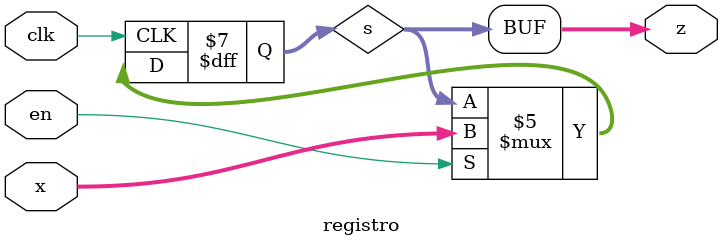
<source format=v>
module registro(output [N-1:0]z, input [N-1:0]x, input en, input clk);

   // si può definire la lunghezza del registro come parametro del modulo
   parameter N = 8;

   // questo è il dispositivo fisico che contiene lo stato
   reg [N-1:0] s;

   // inizializzazione (visto che non abbiamo il reset)
   initial
     s = 0;
   
   // funzione di transizione dello stato interno:
   // quando il clock va alto, in presenza di enable
   // memorizza il valore che trovi in ingresso
   always @(posedge clk)
     begin
	if(en==1)
	  s = x;
     end

   // il valore dell'uscita è sempre il valore del registro
   assign z = s;

endmodule // reg

</source>
